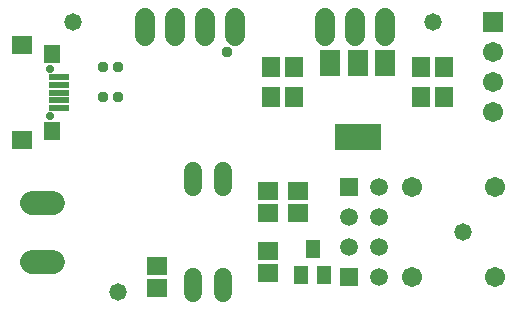
<source format=gbr>
G04 EAGLE Gerber RS-274X export*
G75*
%MOMM*%
%FSLAX34Y34*%
%LPD*%
%INSoldermask Top*%
%IPPOS*%
%AMOC8*
5,1,8,0,0,1.08239X$1,22.5*%
G01*
%ADD10C,1.473200*%
%ADD11R,1.503200X1.703200*%
%ADD12R,1.511200X1.511200*%
%ADD13C,1.511200*%
%ADD14R,1.703200X2.203200*%
%ADD15R,4.003200X2.203200*%
%ADD16C,1.727200*%
%ADD17C,1.524000*%
%ADD18R,1.711200X1.711200*%
%ADD19C,1.711200*%
%ADD20R,1.203200X1.603200*%
%ADD21R,1.703200X1.503200*%
%ADD22C,1.993900*%
%ADD23R,1.803200X0.603200*%
%ADD24R,1.703200X1.603200*%
%ADD25R,1.403200X1.603200*%
%ADD26C,0.703200*%
%ADD27C,0.959600*%


D10*
X63500Y254000D03*
X101600Y25400D03*
X393700Y76200D03*
X368300Y254000D03*
D11*
X250800Y215900D03*
X231800Y215900D03*
X250800Y190500D03*
X231800Y190500D03*
X358800Y215900D03*
X377800Y215900D03*
X358800Y190500D03*
X377800Y190500D03*
D12*
X297675Y37950D03*
X297675Y114150D03*
D13*
X297675Y63350D03*
X297675Y88750D03*
X323075Y88750D03*
X323075Y63350D03*
X323075Y37950D03*
X323075Y114150D03*
D14*
X327800Y219460D03*
X304800Y219460D03*
X281800Y219460D03*
D15*
X304800Y156460D03*
D16*
X276860Y242570D02*
X276860Y257810D01*
X302260Y257810D02*
X302260Y242570D01*
X327660Y242570D02*
X327660Y257810D01*
D17*
X165100Y38100D02*
X165100Y24892D01*
X190500Y24892D02*
X190500Y38100D01*
X190500Y114300D02*
X190500Y127508D01*
X165100Y127508D02*
X165100Y114300D01*
D18*
X419100Y254000D03*
D19*
X419100Y228600D03*
X419100Y203200D03*
X419100Y177800D03*
D20*
X266700Y61800D03*
X276200Y39800D03*
X257200Y39800D03*
D21*
X228600Y60300D03*
X228600Y41300D03*
X134620Y47600D03*
X134620Y28600D03*
X228600Y92100D03*
X228600Y111100D03*
X254000Y111100D03*
X254000Y92100D03*
D19*
X421160Y38100D03*
X351160Y38100D03*
X351000Y114300D03*
X421000Y114300D03*
D22*
X47054Y51200D02*
X29147Y51200D01*
X29147Y101200D02*
X47054Y101200D01*
D16*
X124460Y242570D02*
X124460Y257810D01*
X149860Y257810D02*
X149860Y242570D01*
X175260Y242570D02*
X175260Y257810D01*
X200660Y257810D02*
X200660Y242570D01*
D23*
X52070Y181310D03*
X52070Y187810D03*
X52070Y194310D03*
X52070Y200810D03*
X52070Y207310D03*
D24*
X20970Y234810D03*
X20970Y153810D03*
D25*
X46070Y226810D03*
X46070Y161810D03*
D26*
X44070Y174310D03*
X44070Y214310D03*
D27*
X88900Y215900D03*
X101600Y215900D03*
X88900Y190500D03*
X101600Y190500D03*
X194028Y228600D03*
M02*

</source>
